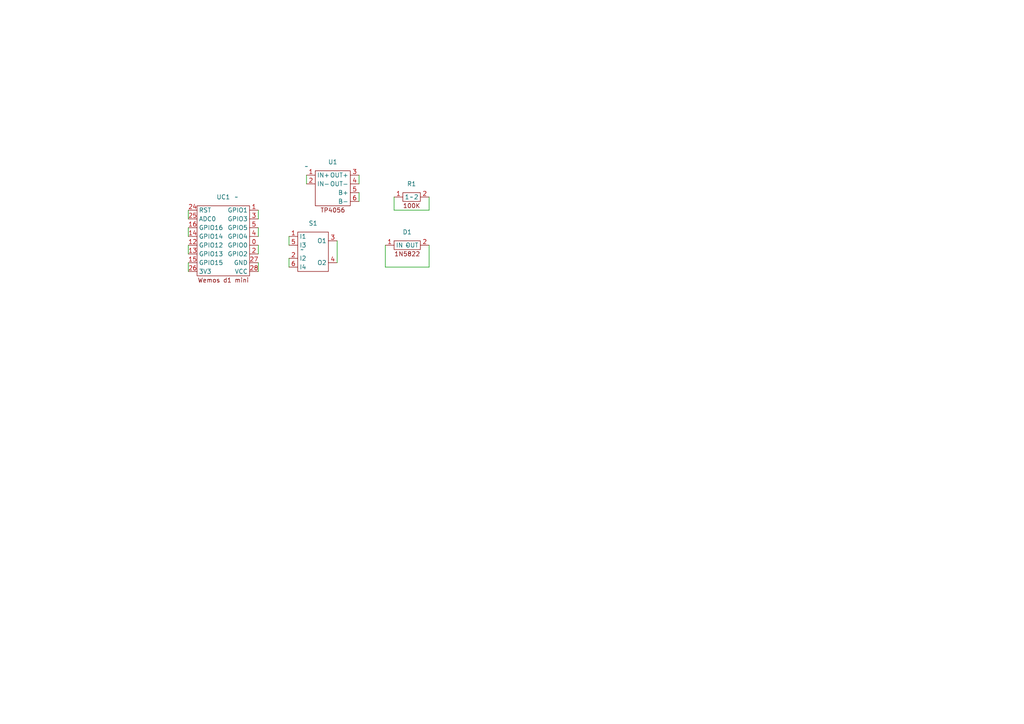
<source format=kicad_sch>
(kicad_sch (version 20230121) (generator eeschema)

  (uuid 8df4fab1-2fb5-4f8e-9b63-f5389977487d)

  (paper "A4")

  (lib_symbols
    (symbol "slimevr:D_1N5822" (in_bom yes) (on_board yes)
      (property "Reference" "D" (at 0 2.54 0)
        (effects (font (size 1.27 1.27)))
      )
      (property "Value" "" (at 0 0 0)
        (effects (font (size 1.27 1.27)))
      )
      (property "Footprint" "" (at 0 0 0)
        (effects (font (size 1.27 1.27)) hide)
      )
      (property "Datasheet" "" (at 0 0 0)
        (effects (font (size 1.27 1.27)) hide)
      )
      (symbol "D_1N5822_0_1"
        (polyline
          (pts
            (xy -3.81 1.27)
            (xy -3.81 -1.27)
            (xy 3.81 -1.27)
            (xy 3.81 1.27)
            (xy -3.81 1.27)
          )
          (stroke (width 0) (type default))
          (fill (type none))
        )
      )
      (symbol "D_1N5822_1_1"
        (text "1N5822" (at 0 -2.54 0)
          (effects (font (size 1.27 1.27)))
        )
        (pin input line (at -6.35 0 0) (length 2.54)
          (name "IN" (effects (font (size 1.27 1.27))))
          (number "1" (effects (font (size 1.27 1.27))))
        )
        (pin input line (at 6.35 0 180) (length 2.54)
          (name "OUT" (effects (font (size 1.27 1.27))))
          (number "2" (effects (font (size 1.27 1.27))))
        )
      )
    )
    (symbol "slimevr:R_100k" (in_bom yes) (on_board yes)
      (property "Reference" "R" (at 0 2.54 0)
        (effects (font (size 1.27 1.27)))
      )
      (property "Value" "" (at 0 0 0)
        (effects (font (size 1.27 1.27)))
      )
      (property "Footprint" "" (at 0 0 0)
        (effects (font (size 1.27 1.27)) hide)
      )
      (property "Datasheet" "" (at 0 0 0)
        (effects (font (size 1.27 1.27)) hide)
      )
      (symbol "R_100k_0_1"
        (rectangle (start -2.54 1.27) (end 2.54 -1.27)
          (stroke (width 0) (type default))
          (fill (type none))
        )
      )
      (symbol "R_100k_1_1"
        (text "100K\n" (at 0 -2.54 0)
          (effects (font (size 1.27 1.27)))
        )
        (pin bidirectional line (at -5.08 0 0) (length 2.54)
          (name "1" (effects (font (size 1.27 1.27))))
          (number "1" (effects (font (size 1.27 1.27))))
        )
        (pin bidirectional line (at 5.08 0 180) (length 2.54)
          (name "2" (effects (font (size 1.27 1.27))))
          (number "2" (effects (font (size 1.27 1.27))))
        )
      )
    )
    (symbol "slimevr:TP4056" (in_bom yes) (on_board yes)
      (property "Reference" "U" (at 0 6.35 0)
        (effects (font (size 1.27 1.27)))
      )
      (property "Value" "" (at -7.62 6.35 0)
        (effects (font (size 1.27 1.27)))
      )
      (property "Footprint" "" (at -7.62 6.35 0)
        (effects (font (size 1.27 1.27)) hide)
      )
      (property "Datasheet" "" (at -7.62 6.35 0)
        (effects (font (size 1.27 1.27)) hide)
      )
      (symbol "TP4056_0_1"
        (rectangle (start -5.08 5.08) (end 5.08 -5.08)
          (stroke (width 0) (type default))
          (fill (type none))
        )
      )
      (symbol "TP4056_1_1"
        (text "TP4056" (at 0 -6.35 0)
          (effects (font (size 1.27 1.27)))
        )
        (pin input line (at -7.62 3.81 0) (length 2.54)
          (name "IN+" (effects (font (size 1.27 1.27))))
          (number "1" (effects (font (size 1.27 1.27))))
        )
        (pin input line (at -7.62 1.27 0) (length 2.54)
          (name "IN-" (effects (font (size 1.27 1.27))))
          (number "2" (effects (font (size 1.27 1.27))))
        )
        (pin output line (at 7.62 3.81 180) (length 2.54)
          (name "OUT+" (effects (font (size 1.27 1.27))))
          (number "3" (effects (font (size 1.27 1.27))))
        )
        (pin output line (at 7.62 1.27 180) (length 2.54)
          (name "OUT-" (effects (font (size 1.27 1.27))))
          (number "4" (effects (font (size 1.27 1.27))))
        )
        (pin output line (at 7.62 -1.27 180) (length 2.54)
          (name "B+" (effects (font (size 1.27 1.27))))
          (number "5" (effects (font (size 1.27 1.27))))
        )
        (pin output line (at 7.62 -3.81 180) (length 2.54)
          (name "B-" (effects (font (size 1.27 1.27))))
          (number "6" (effects (font (size 1.27 1.27))))
        )
      )
    )
    (symbol "slimevr:switch_aliexpress" (in_bom yes) (on_board yes)
      (property "Reference" "S" (at -3.017 6.1272 0)
        (effects (font (size 1.27 1.27)))
      )
      (property "Value" "" (at -6.35 0 0)
        (effects (font (size 1.27 1.27)))
      )
      (property "Footprint" "slimevr:switch_aliexpress" (at -1.27 8.89 0)
        (effects (font (size 1.27 1.27)) hide)
      )
      (property "Datasheet" "" (at -6.35 0 0)
        (effects (font (size 1.27 1.27)) hide)
      )
      (symbol "switch_aliexpress_0_1"
        (rectangle (start -7.62 -6.35) (end 1.27 5.08)
          (stroke (width 0) (type default))
          (fill (type none))
        )
      )
      (symbol "switch_aliexpress_1_1"
        (pin input line (at -10.16 3.81 0) (length 2.54)
          (name "I1" (effects (font (size 1.27 1.27))))
          (number "1" (effects (font (size 1.27 1.27))))
        )
        (pin input line (at -10.16 -2.54 0) (length 2.54)
          (name "I2" (effects (font (size 1.27 1.27))))
          (number "2" (effects (font (size 1.27 1.27))))
        )
        (pin output line (at 3.81 2.54 180) (length 2.54)
          (name "O1" (effects (font (size 1.27 1.27))))
          (number "3" (effects (font (size 1.27 1.27))))
        )
        (pin output line (at 3.81 -3.81 180) (length 2.54)
          (name "O2" (effects (font (size 1.27 1.27))))
          (number "4" (effects (font (size 1.27 1.27))))
        )
        (pin input line (at -10.16 1.27 0) (length 2.54)
          (name "I3" (effects (font (size 1.27 1.27))))
          (number "5" (effects (font (size 1.27 1.27))))
        )
        (pin input line (at -10.16 -5.08 0) (length 2.54)
          (name "I4" (effects (font (size 1.27 1.27))))
          (number "6" (effects (font (size 1.27 1.27))))
        )
      )
    )
    (symbol "slimevr:wemos_d1_mini_v4" (in_bom yes) (on_board yes)
      (property "Reference" "UC" (at 0 10.16 0)
        (effects (font (size 1.27 1.27)))
      )
      (property "Value" "" (at 3.81 11.43 0)
        (effects (font (size 1.27 1.27)))
      )
      (property "Footprint" "" (at 3.81 11.43 0)
        (effects (font (size 1.27 1.27)) hide)
      )
      (property "Datasheet" "" (at 3.81 11.43 0)
        (effects (font (size 1.27 1.27)) hide)
      )
      (symbol "wemos_d1_mini_v4_0_1"
        (polyline
          (pts
            (xy -7.62 8.89)
            (xy 7.62 8.89)
            (xy 7.62 -11.43)
            (xy -7.62 -11.43)
            (xy -7.62 8.89)
          )
          (stroke (width 0) (type default))
          (fill (type none))
        )
      )
      (symbol "wemos_d1_mini_v4_1_1"
        (text "Wemos d1 mini" (at 0 -12.7 0)
          (effects (font (size 1.27 1.27)))
        )
        (pin bidirectional line (at 10.16 -2.54 180) (length 2.54)
          (name "GPIO0" (effects (font (size 1.27 1.27))))
          (number "0" (effects (font (size 1.27 1.27))))
        )
        (pin bidirectional line (at 10.16 7.62 180) (length 2.54)
          (name "GPIO1" (effects (font (size 1.27 1.27))))
          (number "1" (effects (font (size 1.27 1.27))))
        )
        (pin bidirectional line (at -10.16 -2.54 0) (length 2.54)
          (name "GPIO12" (effects (font (size 1.27 1.27))))
          (number "12" (effects (font (size 1.27 1.27))))
        )
        (pin bidirectional line (at -10.16 -5.08 0) (length 2.54)
          (name "GPIO13" (effects (font (size 1.27 1.27))))
          (number "13" (effects (font (size 1.27 1.27))))
        )
        (pin bidirectional line (at -10.16 0 0) (length 2.54)
          (name "GPIO14" (effects (font (size 1.27 1.27))))
          (number "14" (effects (font (size 1.27 1.27))))
        )
        (pin bidirectional line (at -10.16 -7.62 0) (length 2.54)
          (name "GPIO15" (effects (font (size 1.27 1.27))))
          (number "15" (effects (font (size 1.27 1.27))))
        )
        (pin output line (at -10.16 2.54 0) (length 2.54)
          (name "GPIO16" (effects (font (size 1.27 1.27))))
          (number "16" (effects (font (size 1.27 1.27))))
        )
        (pin bidirectional line (at 10.16 -5.08 180) (length 2.54)
          (name "GPIO2" (effects (font (size 1.27 1.27))))
          (number "2" (effects (font (size 1.27 1.27))))
        )
        (pin input line (at -10.16 7.62 0) (length 2.54)
          (name "RST" (effects (font (size 1.27 1.27))))
          (number "24" (effects (font (size 1.27 1.27))))
        )
        (pin bidirectional line (at -10.16 5.08 0) (length 2.54)
          (name "ADC0" (effects (font (size 1.27 1.27))))
          (number "25" (effects (font (size 1.27 1.27))))
        )
        (pin output line (at -10.16 -10.16 0) (length 2.54)
          (name "3V3" (effects (font (size 1.27 1.27))))
          (number "26" (effects (font (size 1.27 1.27))))
        )
        (pin output line (at 10.16 -7.62 180) (length 2.54)
          (name "GND" (effects (font (size 1.27 1.27))))
          (number "27" (effects (font (size 1.27 1.27))))
        )
        (pin input line (at 10.16 -10.16 180) (length 2.54)
          (name "VCC" (effects (font (size 1.27 1.27))))
          (number "28" (effects (font (size 1.27 1.27))))
        )
        (pin bidirectional line (at 10.16 5.08 180) (length 2.54)
          (name "GPIO3" (effects (font (size 1.27 1.27))))
          (number "3" (effects (font (size 1.27 1.27))))
        )
        (pin bidirectional line (at 10.16 0 180) (length 2.54)
          (name "GPIO4" (effects (font (size 1.27 1.27))))
          (number "4" (effects (font (size 1.27 1.27))))
        )
        (pin bidirectional line (at 10.16 2.54 180) (length 2.54)
          (name "GPIO5" (effects (font (size 1.27 1.27))))
          (number "5" (effects (font (size 1.27 1.27))))
        )
      )
    )
  )


  (wire (pts (xy 104.14 50.8) (xy 104.14 53.34))
    (stroke (width 0) (type default))
    (uuid 054e923f-8083-432d-a549-42637826ef58)
  )
  (wire (pts (xy 124.46 60.96) (xy 114.3 60.96))
    (stroke (width 0) (type default))
    (uuid 15ffb4ad-e10d-4169-9051-0ed743e97f0f)
  )
  (wire (pts (xy 54.61 60.96) (xy 54.61 63.5))
    (stroke (width 0) (type default))
    (uuid 1bafb55a-d379-4673-b81c-d6991ab9e6b5)
  )
  (wire (pts (xy 124.46 77.47) (xy 111.76 77.47))
    (stroke (width 0) (type default))
    (uuid 215120ea-b47b-40cb-bcf7-c28080ec5086)
  )
  (wire (pts (xy 54.61 66.04) (xy 54.61 68.58))
    (stroke (width 0) (type default))
    (uuid 222dcb86-4ed9-497c-a736-35afc4445e9f)
  )
  (wire (pts (xy 124.46 57.15) (xy 124.46 60.96))
    (stroke (width 0) (type default))
    (uuid 3cd3b197-4c8f-4cce-afda-7824474073a4)
  )
  (wire (pts (xy 83.82 74.93) (xy 83.82 77.47))
    (stroke (width 0) (type default))
    (uuid 4db51dde-6619-4427-a506-f4020df43f69)
  )
  (wire (pts (xy 114.3 60.96) (xy 114.3 57.15))
    (stroke (width 0) (type default))
    (uuid 4e0c74a1-68e6-40ea-ae00-c821f24f32ec)
  )
  (wire (pts (xy 88.9 50.8) (xy 88.9 53.34))
    (stroke (width 0) (type default))
    (uuid 687ad4fb-b1b4-4709-9dda-80140e027f11)
  )
  (wire (pts (xy 97.79 69.85) (xy 97.79 76.2))
    (stroke (width 0) (type default))
    (uuid 75c95b99-0766-4af2-9174-29506cc1c0db)
  )
  (wire (pts (xy 124.46 71.12) (xy 124.46 77.47))
    (stroke (width 0) (type default))
    (uuid 7ab80056-6f9f-4d97-b748-7f9f9b01fa4f)
  )
  (wire (pts (xy 74.93 66.04) (xy 74.93 68.58))
    (stroke (width 0) (type default))
    (uuid 805c42d2-e7b3-4d3f-88b2-6c98a732e340)
  )
  (wire (pts (xy 83.82 68.58) (xy 83.82 71.12))
    (stroke (width 0) (type default))
    (uuid b271efc1-5b51-4a01-b7b5-99d21ed6d065)
  )
  (wire (pts (xy 74.93 71.12) (xy 74.93 73.66))
    (stroke (width 0) (type default))
    (uuid b57daaf6-5668-41a8-95df-27935719e02e)
  )
  (wire (pts (xy 74.93 76.2) (xy 74.93 78.74))
    (stroke (width 0) (type default))
    (uuid c4e469b9-c7ef-44a0-8eb2-b6360315a3c8)
  )
  (wire (pts (xy 104.14 55.88) (xy 104.14 58.42))
    (stroke (width 0) (type default))
    (uuid cb3539b9-a7ec-44f8-a3de-5770a3b874ae)
  )
  (wire (pts (xy 111.76 77.47) (xy 111.76 71.12))
    (stroke (width 0) (type default))
    (uuid e278dce5-a838-427e-85ff-65fc9ae56a2c)
  )
  (wire (pts (xy 74.93 60.96) (xy 74.93 63.5))
    (stroke (width 0) (type default))
    (uuid e91880c9-6f36-422b-9f64-5888053f6524)
  )
  (wire (pts (xy 54.61 76.2) (xy 54.61 78.74))
    (stroke (width 0) (type default))
    (uuid ed390919-39ce-4aa3-ac0b-23efe7a8e32e)
  )
  (wire (pts (xy 54.61 71.12) (xy 54.61 73.66))
    (stroke (width 0) (type default))
    (uuid ff465ada-163d-463e-909c-26108c4b4ce7)
  )

  (symbol (lib_id "slimevr:D_1N5822") (at 118.11 71.12 0) (unit 1)
    (in_bom yes) (on_board yes) (dnp no) (fields_autoplaced)
    (uuid 20c01710-ac7f-4c38-99d4-d359a27fdb21)
    (property "Reference" "D1" (at 118.11 67.31 0)
      (effects (font (size 1.27 1.27)))
    )
    (property "Value" "~" (at 118.11 71.12 0)
      (effects (font (size 1.27 1.27)))
    )
    (property "Footprint" "slimevr:D_1N5822" (at 118.11 71.12 0)
      (effects (font (size 1.27 1.27)) hide)
    )
    (property "Datasheet" "" (at 118.11 71.12 0)
      (effects (font (size 1.27 1.27)) hide)
    )
    (pin "1" (uuid 29350299-c7cc-4ec4-929d-818a5f0a8cec))
    (pin "2" (uuid d7e9ebc3-200a-4933-b8d8-157992b31bd1))
    (instances
      (project "slimevr"
        (path "/8df4fab1-2fb5-4f8e-9b63-f5389977487d"
          (reference "D1") (unit 1)
        )
      )
    )
  )

  (symbol (lib_id "slimevr:TP4056") (at 96.52 54.61 0) (unit 1)
    (in_bom yes) (on_board yes) (dnp no) (fields_autoplaced)
    (uuid 2da29766-69e4-4963-b22b-b21211881bae)
    (property "Reference" "U1" (at 96.52 46.99 0)
      (effects (font (size 1.27 1.27)))
    )
    (property "Value" "~" (at 88.9 48.26 0)
      (effects (font (size 1.27 1.27)))
    )
    (property "Footprint" "slimevr:TP4056" (at 88.9 48.26 0)
      (effects (font (size 1.27 1.27)) hide)
    )
    (property "Datasheet" "" (at 88.9 48.26 0)
      (effects (font (size 1.27 1.27)) hide)
    )
    (pin "1" (uuid a1d0e5a1-4b4a-4cd8-bc79-435a1fd03a7e))
    (pin "4" (uuid cb399c03-c7a7-4ec3-93af-69399b204068))
    (pin "5" (uuid d2c80375-9aaa-476a-8a79-4dc724095800))
    (pin "3" (uuid e804e2cb-0f92-4b60-af5d-3c1b776b4948))
    (pin "2" (uuid eaf7998d-db7b-4725-a25d-1c7eee3f447d))
    (pin "6" (uuid 3f648c22-8c94-4479-85e8-a48652bc5061))
    (instances
      (project "slimevr"
        (path "/8df4fab1-2fb5-4f8e-9b63-f5389977487d"
          (reference "U1") (unit 1)
        )
      )
    )
  )

  (symbol (lib_id "slimevr:switch_aliexpress") (at 93.98 72.39 0) (unit 1)
    (in_bom yes) (on_board yes) (dnp no) (fields_autoplaced)
    (uuid 6a2df9f1-dfcd-433c-aa9d-63d8f9bcdb3b)
    (property "Reference" "S1" (at 90.805 64.77 0)
      (effects (font (size 1.27 1.27)))
    )
    (property "Value" "~" (at 87.63 72.39 0)
      (effects (font (size 1.27 1.27)))
    )
    (property "Footprint" "slimevr:switch_aliexpress" (at 92.71 63.5 0)
      (effects (font (size 1.27 1.27)) hide)
    )
    (property "Datasheet" "" (at 87.63 72.39 0)
      (effects (font (size 1.27 1.27)) hide)
    )
    (pin "2" (uuid 5ad395fb-62bd-4c26-8279-20d72d822cd0))
    (pin "5" (uuid 64eab64e-8f38-4416-9fdc-8e67f364b164))
    (pin "3" (uuid 69adf8b3-04ec-4435-8217-fcb0f5e45d90))
    (pin "6" (uuid 2f8190f5-0429-465b-b01d-f727076b267a))
    (pin "1" (uuid f192ba7f-1aaf-4abb-92ce-f72162ef6ebd))
    (pin "4" (uuid a91cca23-8be9-454b-a91c-c48ac49f8d44))
    (instances
      (project "slimevr"
        (path "/8df4fab1-2fb5-4f8e-9b63-f5389977487d"
          (reference "S1") (unit 1)
        )
      )
    )
  )

  (symbol (lib_id "slimevr:R_100k") (at 119.38 57.15 0) (unit 1)
    (in_bom yes) (on_board yes) (dnp no) (fields_autoplaced)
    (uuid ae84779f-04c6-4747-bb7c-7c7b7bf7f6c3)
    (property "Reference" "R1" (at 119.38 53.34 0)
      (effects (font (size 1.27 1.27)))
    )
    (property "Value" "~" (at 119.38 57.15 0)
      (effects (font (size 1.27 1.27)))
    )
    (property "Footprint" "slimevr:R_100k" (at 119.38 57.15 0)
      (effects (font (size 1.27 1.27)) hide)
    )
    (property "Datasheet" "" (at 119.38 57.15 0)
      (effects (font (size 1.27 1.27)) hide)
    )
    (pin "1" (uuid 828229bd-f069-4443-8d1f-8583765935b2))
    (pin "2" (uuid ba50db28-376a-43c7-983e-858eec04087f))
    (instances
      (project "slimevr"
        (path "/8df4fab1-2fb5-4f8e-9b63-f5389977487d"
          (reference "R1") (unit 1)
        )
      )
    )
  )

  (symbol (lib_id "slimevr:wemos_d1_mini_v4") (at 64.77 68.58 0) (unit 1)
    (in_bom yes) (on_board yes) (dnp no) (fields_autoplaced)
    (uuid bcb71bb0-0896-46b9-a808-49cbb92a676b)
    (property "Reference" "UC1" (at 64.77 57.15 0)
      (effects (font (size 1.27 1.27)))
    )
    (property "Value" "~" (at 68.58 57.15 0)
      (effects (font (size 1.27 1.27)))
    )
    (property "Footprint" "slimevr:wemos_d1_mini_v4" (at 68.58 57.15 0)
      (effects (font (size 1.27 1.27)) hide)
    )
    (property "Datasheet" "" (at 68.58 57.15 0)
      (effects (font (size 1.27 1.27)) hide)
    )
    (pin "12" (uuid 4cc65bf1-9e9a-4c1e-9e1c-67b7d74e43fe))
    (pin "4" (uuid 1379a7f1-87a3-41b2-8dd9-636698004143))
    (pin "16" (uuid ae36aeb1-1144-4491-b3ac-c715cecb1e36))
    (pin "28" (uuid 41f467a8-db23-4f54-bf1f-24afb195e66f))
    (pin "27" (uuid 075e7661-bb3c-4b43-a890-d1131c98318c))
    (pin "3" (uuid 2de9910d-25ea-448a-a14c-4059c1e995b1))
    (pin "26" (uuid aace509e-d28e-4999-bcee-46e97d6e95e7))
    (pin "1" (uuid 746fab1e-bb8d-4464-9da0-8f3364320510))
    (pin "2" (uuid 74053240-3e22-40fe-960c-df9f78e0d441))
    (pin "14" (uuid 9927b943-605d-483d-8aa8-e7e743e50597))
    (pin "0" (uuid bd67b367-41b5-42d5-bd08-5fcd25a0a109))
    (pin "13" (uuid da7b9292-f6a3-4052-956e-26af30e11485))
    (pin "5" (uuid 67473367-3203-4d54-a52f-b32c5419f757))
    (pin "15" (uuid 361d4161-8c36-43dd-87fc-61dd751d70c4))
    (pin "24" (uuid 2f4ec61a-908f-4620-aff6-9c7295e952e6))
    (pin "25" (uuid a1f85377-f0e0-4836-beed-84a4adf8c364))
    (instances
      (project "slimevr"
        (path "/8df4fab1-2fb5-4f8e-9b63-f5389977487d"
          (reference "UC1") (unit 1)
        )
      )
    )
  )

  (sheet_instances
    (path "/" (page "1"))
  )
)

</source>
